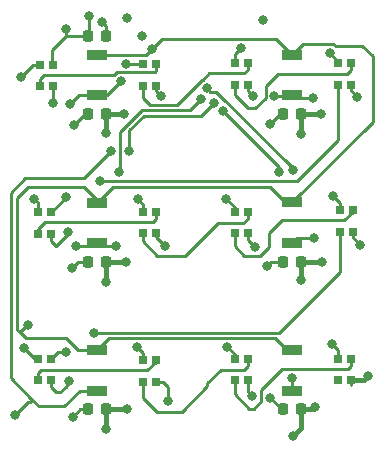
<source format=gbr>
%TF.GenerationSoftware,KiCad,Pcbnew,(5.99.0-11604-g878538abff)*%
%TF.CreationDate,2021-08-06T14:00:02+02:00*%
%TF.ProjectId,pixel-pump-ui-board,7375636b-6572-42d6-9f6e-652d75692d62,rev?*%
%TF.SameCoordinates,Original*%
%TF.FileFunction,Copper,L1,Top*%
%TF.FilePolarity,Positive*%
%FSLAX46Y46*%
G04 Gerber Fmt 4.6, Leading zero omitted, Abs format (unit mm)*
G04 Created by KiCad (PCBNEW (5.99.0-11604-g878538abff)) date 2021-08-06 14:00:02*
%MOMM*%
%LPD*%
G01*
G04 APERTURE LIST*
G04 Aperture macros list*
%AMRoundRect*
0 Rectangle with rounded corners*
0 $1 Rounding radius*
0 $2 $3 $4 $5 $6 $7 $8 $9 X,Y pos of 4 corners*
0 Add a 4 corners polygon primitive as box body*
4,1,4,$2,$3,$4,$5,$6,$7,$8,$9,$2,$3,0*
0 Add four circle primitives for the rounded corners*
1,1,$1+$1,$2,$3*
1,1,$1+$1,$4,$5*
1,1,$1+$1,$6,$7*
1,1,$1+$1,$8,$9*
0 Add four rect primitives between the rounded corners*
20,1,$1+$1,$2,$3,$4,$5,0*
20,1,$1+$1,$4,$5,$6,$7,0*
20,1,$1+$1,$6,$7,$8,$9,0*
20,1,$1+$1,$8,$9,$2,$3,0*%
G04 Aperture macros list end*
%TA.AperFunction,SMDPad,CuDef*%
%ADD10R,0.700000X0.700000*%
%TD*%
%TA.AperFunction,SMDPad,CuDef*%
%ADD11RoundRect,0.225000X-0.225000X-0.250000X0.225000X-0.250000X0.225000X0.250000X-0.225000X0.250000X0*%
%TD*%
%TA.AperFunction,SMDPad,CuDef*%
%ADD12R,1.700000X0.900000*%
%TD*%
%TA.AperFunction,ViaPad*%
%ADD13C,0.800000*%
%TD*%
%TA.AperFunction,Conductor*%
%ADD14C,0.400000*%
%TD*%
%TA.AperFunction,Conductor*%
%ADD15C,0.250000*%
%TD*%
G04 APERTURE END LIST*
D10*
%TO.P,U6,1,DO*%
%TO.N,DO_REV*%
X77555000Y-100102000D03*
%TO.P,U6,2,GND*%
%TO.N,GND*%
X78655000Y-100102000D03*
%TO.P,U6,3,DI*%
%TO.N,Net-(U3-Pad1)*%
X78655000Y-98272000D03*
%TO.P,U6,4,VDD*%
%TO.N,+5V*%
X77555000Y-98272000D03*
%TD*%
D11*
%TO.P,C4,1*%
%TO.N,+5V*%
X72859600Y-89966800D03*
%TO.P,C4,2*%
%TO.N,GND*%
X74409600Y-89966800D03*
%TD*%
D10*
%TO.P,U5,1,DO*%
%TO.N,DO_LOW*%
X77555000Y-87529000D03*
%TO.P,U5,2,GND*%
%TO.N,GND*%
X78655000Y-87529000D03*
%TO.P,U5,3,DI*%
%TO.N,Net-(U2-Pad1)*%
X78655000Y-85699000D03*
%TO.P,U5,4,VDD*%
%TO.N,+5V*%
X77555000Y-85699000D03*
%TD*%
%TO.P,U8,1,DO*%
%TO.N,Net-(U11-Pad3)*%
X85302000Y-87529000D03*
%TO.P,U8,2,GND*%
%TO.N,GND*%
X86402000Y-87529000D03*
%TO.P,U8,3,DI*%
%TO.N,DO_LOW*%
X86402000Y-85699000D03*
%TO.P,U8,4,VDD*%
%TO.N,+5V*%
X85302000Y-85699000D03*
%TD*%
%TO.P,U2,1,DO*%
%TO.N,Net-(U2-Pad1)*%
X68665000Y-87566522D03*
%TO.P,U2,2,GND*%
%TO.N,GND*%
X69765000Y-87566522D03*
%TO.P,U2,3,DI*%
%TO.N,DO_DROP*%
X69765000Y-85736522D03*
%TO.P,U2,4,VDD*%
%TO.N,+5V*%
X68665000Y-85736522D03*
%TD*%
D11*
%TO.P,C5,1*%
%TO.N,+5V*%
X89395000Y-102438200D03*
%TO.P,C5,2*%
%TO.N,GND*%
X90945000Y-102438200D03*
%TD*%
D12*
%TO.P,SW1,1,A*%
%TO.N,LIFT_BTN*%
X73660000Y-75817200D03*
%TO.P,SW1,2,B*%
%TO.N,+3V3*%
X73660000Y-72417200D03*
%TD*%
%TO.P,SW5,1,A*%
%TO.N,DROP_BTN*%
X90170000Y-75842600D03*
%TO.P,SW5,2,B*%
%TO.N,+3V3*%
X90170000Y-72442600D03*
%TD*%
D10*
%TO.P,U10,1,DO*%
%TO.N,DO_DROP*%
X94065000Y-74956000D03*
%TO.P,U10,2,GND*%
%TO.N,GND*%
X95165000Y-74956000D03*
%TO.P,U10,3,DI*%
%TO.N,Net-(U10-Pad3)*%
X95165000Y-73126000D03*
%TO.P,U10,4,VDD*%
%TO.N,+5V*%
X94065000Y-73126000D03*
%TD*%
D11*
%TO.P,C6,1*%
%TO.N,+5V*%
X72859600Y-102438200D03*
%TO.P,C6,2*%
%TO.N,GND*%
X74409600Y-102438200D03*
%TD*%
%TO.P,C2,1*%
%TO.N,+5V*%
X72859600Y-77419200D03*
%TO.P,C2,2*%
%TO.N,GND*%
X74409600Y-77419200D03*
%TD*%
D10*
%TO.P,U4,1,DO*%
%TO.N,DO_LIFT*%
X77555000Y-75045478D03*
%TO.P,U4,2,GND*%
%TO.N,GND*%
X78655000Y-75045478D03*
%TO.P,U4,3,DI*%
%TO.N,Net-(U1-Pad1)*%
X78655000Y-73215478D03*
%TO.P,U4,4,VDD*%
%TO.N,+5V*%
X77555000Y-73215478D03*
%TD*%
%TO.P,U11,1,DO*%
%TO.N,DO_HIGH*%
X94192000Y-87402000D03*
%TO.P,U11,2,GND*%
%TO.N,GND*%
X95292000Y-87402000D03*
%TO.P,U11,3,DI*%
%TO.N,Net-(U11-Pad3)*%
X95292000Y-85572000D03*
%TO.P,U11,4,VDD*%
%TO.N,+5V*%
X94192000Y-85572000D03*
%TD*%
%TO.P,U9,1,DO*%
%TO.N,Net-(U12-Pad3)*%
X85302000Y-99975000D03*
%TO.P,U9,2,GND*%
%TO.N,GND*%
X86402000Y-99975000D03*
%TO.P,U9,3,DI*%
%TO.N,DO_REV*%
X86402000Y-98145000D03*
%TO.P,U9,4,VDD*%
%TO.N,+5V*%
X85302000Y-98145000D03*
%TD*%
%TO.P,U7,1,DO*%
%TO.N,Net-(U10-Pad3)*%
X85302000Y-74956000D03*
%TO.P,U7,2,GND*%
%TO.N,GND*%
X86402000Y-74956000D03*
%TO.P,U7,3,DI*%
%TO.N,DO_LIFT*%
X86402000Y-73126000D03*
%TO.P,U7,4,VDD*%
%TO.N,+5V*%
X85302000Y-73126000D03*
%TD*%
D11*
%TO.P,C7,1*%
%TO.N,LED_DATA*%
X72910400Y-70815200D03*
%TO.P,C7,2*%
%TO.N,GND*%
X74460400Y-70815200D03*
%TD*%
D12*
%TO.P,SW4,1,A*%
%TO.N,TRIGGER_BTN*%
X90170000Y-100836200D03*
%TO.P,SW4,2,B*%
%TO.N,+3V3*%
X90170000Y-97436200D03*
%TD*%
%TO.P,SW3,1,A*%
%TO.N,REVERSE_BTN*%
X73685400Y-100836200D03*
%TO.P,SW3,2,B*%
%TO.N,+3V3*%
X73685400Y-97436200D03*
%TD*%
D10*
%TO.P,U3,1,DO*%
%TO.N,Net-(U3-Pad1)*%
X68665000Y-99975000D03*
%TO.P,U3,2,GND*%
%TO.N,GND*%
X69765000Y-99975000D03*
%TO.P,U3,3,DI*%
%TO.N,DO_HIGH*%
X69765000Y-98145000D03*
%TO.P,U3,4,VDD*%
%TO.N,+5V*%
X68665000Y-98145000D03*
%TD*%
D11*
%TO.P,C3,1*%
%TO.N,+5V*%
X89395000Y-77444600D03*
%TO.P,C3,2*%
%TO.N,GND*%
X90945000Y-77444600D03*
%TD*%
D10*
%TO.P,U12,1,DO*%
%TO.N,unconnected-(U12-Pad1)*%
X94065000Y-99975000D03*
%TO.P,U12,2,GND*%
%TO.N,GND*%
X95165000Y-99975000D03*
%TO.P,U12,3,DI*%
%TO.N,Net-(U12-Pad3)*%
X95165000Y-98145000D03*
%TO.P,U12,4,VDD*%
%TO.N,+5V*%
X94065000Y-98145000D03*
%TD*%
D11*
%TO.P,C1,1*%
%TO.N,+5V*%
X89420400Y-89916000D03*
%TO.P,C1,2*%
%TO.N,GND*%
X90970400Y-89916000D03*
%TD*%
D12*
%TO.P,SW2,1,A*%
%TO.N,LOW_BTN*%
X73660000Y-88339400D03*
%TO.P,SW2,2,B*%
%TO.N,+3V3*%
X73660000Y-84939400D03*
%TD*%
D10*
%TO.P,U1,1,DO*%
%TO.N,Net-(U1-Pad1)*%
X68792000Y-75083000D03*
%TO.P,U1,2,GND*%
%TO.N,GND*%
X69892000Y-75083000D03*
%TO.P,U1,3,DI*%
%TO.N,LED_DATA*%
X69892000Y-73253000D03*
%TO.P,U1,4,VDD*%
%TO.N,+5V*%
X68792000Y-73253000D03*
%TD*%
D12*
%TO.P,SW6,1,A*%
%TO.N,HIGH_BTN*%
X90170000Y-88314000D03*
%TO.P,SW6,2,B*%
%TO.N,+3V3*%
X90170000Y-84914000D03*
%TD*%
D13*
%TO.N,GND*%
X86842600Y-75920600D03*
X74447400Y-91617800D03*
X76174600Y-69316600D03*
X74066400Y-69596000D03*
X76123800Y-89966800D03*
X90271600Y-104648000D03*
X92659200Y-77444600D03*
X74422000Y-104089200D03*
X74422000Y-78994000D03*
X75971400Y-77419200D03*
X79679800Y-101727000D03*
X87731600Y-69443600D03*
X79086158Y-75897278D03*
X96600000Y-99600000D03*
X79425800Y-88569800D03*
X95707200Y-75946000D03*
X76174600Y-102438200D03*
X92100000Y-102200000D03*
X92684600Y-89941400D03*
X95961200Y-88544400D03*
X87045800Y-88696800D03*
X86791800Y-101295200D03*
X90957400Y-79146400D03*
X69900800Y-76530200D03*
X90957400Y-91490800D03*
X71300000Y-100000000D03*
X71200000Y-87400000D03*
%TO.N,LIFT_BTN*%
X75717400Y-74599800D03*
X71374000Y-76606400D03*
%TO.N,HIGH_BTN*%
X90220800Y-82194400D03*
X92049600Y-87909400D03*
X82931000Y-75260200D03*
%TO.N,REVERSE_BTN*%
X76377800Y-80594200D03*
X66700000Y-102900000D03*
X74853800Y-80568800D03*
X83540600Y-76530200D03*
%TO.N,DROP_BTN*%
X88671400Y-75895200D03*
X91948000Y-76047600D03*
%TO.N,LOW_BTN*%
X75285600Y-88569800D03*
X71907400Y-88620600D03*
X82487984Y-76179533D03*
X75539600Y-82372200D03*
%TO.N,TRIGGER_BTN*%
X90170000Y-99745800D03*
X89052400Y-82372200D03*
X84328000Y-77165200D03*
%TO.N,+5V*%
X84683600Y-97155000D03*
X88036400Y-90297000D03*
X71628000Y-103047800D03*
X71678800Y-78384400D03*
X71526400Y-90474800D03*
X85877400Y-71805800D03*
X84607400Y-84632800D03*
X68351400Y-84582000D03*
X93624400Y-84404200D03*
X88341200Y-101473000D03*
X76123800Y-73152000D03*
X88341200Y-78257400D03*
X93548200Y-96926400D03*
X77089000Y-84632800D03*
X67250000Y-74250000D03*
X77470000Y-70840600D03*
X77063600Y-97155000D03*
X93345000Y-72263000D03*
X67487800Y-97231200D03*
%TO.N,LED_DATA*%
X71000000Y-70250000D03*
X72974200Y-69088000D03*
%TO.N,DO_DROP*%
X70993000Y-84429600D03*
X73914000Y-83108800D03*
%TO.N,DO_HIGH*%
X73380600Y-95961200D03*
X70993000Y-97586800D03*
%TO.N,+3V3*%
X67800000Y-95300000D03*
X78333600Y-71907400D03*
%TD*%
D14*
%TO.N,GND*%
X74409600Y-104076800D02*
X74422000Y-104089200D01*
D15*
X79274000Y-100102000D02*
X79679800Y-100507800D01*
X71300000Y-100200000D02*
X71300000Y-100000000D01*
X69765000Y-100565000D02*
X70200000Y-101000000D01*
D14*
X90945000Y-102438200D02*
X90945000Y-103974600D01*
X74409600Y-89966800D02*
X74409600Y-91580000D01*
D15*
X69892000Y-76521400D02*
X69900800Y-76530200D01*
D14*
X91861800Y-102438200D02*
X92100000Y-102200000D01*
D15*
X95292000Y-87875200D02*
X95961200Y-88544400D01*
X79679800Y-100507800D02*
X79679800Y-101727000D01*
D14*
X90945000Y-77444600D02*
X90945000Y-79134000D01*
D15*
X74460400Y-70815200D02*
X74460400Y-69990000D01*
X78655000Y-100102000D02*
X79274000Y-100102000D01*
X70200000Y-101000000D02*
X70500000Y-101000000D01*
X86402000Y-75480000D02*
X86842600Y-75920600D01*
X78655000Y-75466120D02*
X79086158Y-75897278D01*
D14*
X90945000Y-77444600D02*
X92659200Y-77444600D01*
X92659200Y-89916000D02*
X92684600Y-89941400D01*
X91414600Y-102438200D02*
X91861800Y-102438200D01*
X74409600Y-77419200D02*
X75971400Y-77419200D01*
X74409600Y-91580000D02*
X74447400Y-91617800D01*
D15*
X86402000Y-74956000D02*
X86402000Y-75480000D01*
D14*
X96225000Y-99975000D02*
X96600000Y-99600000D01*
D15*
X95165000Y-74956000D02*
X95165000Y-75403800D01*
X78655000Y-75045478D02*
X78655000Y-75466120D01*
X86402000Y-100905400D02*
X86791800Y-101295200D01*
X86402000Y-99975000D02*
X86402000Y-100905400D01*
D14*
X90970400Y-89916000D02*
X92659200Y-89916000D01*
D15*
X69765000Y-87566522D02*
X69765000Y-88053000D01*
X95165000Y-75403800D02*
X95707200Y-75946000D01*
X78655000Y-87529000D02*
X78655000Y-87799000D01*
D14*
X90970400Y-91477800D02*
X90957400Y-91490800D01*
D15*
X71000000Y-100500000D02*
X71300000Y-100200000D01*
D14*
X74409600Y-89966800D02*
X76123800Y-89966800D01*
X74409600Y-78981600D02*
X74422000Y-78994000D01*
X90945000Y-103974600D02*
X90271600Y-104648000D01*
X90970400Y-89916000D02*
X90970400Y-91477800D01*
X90945000Y-79134000D02*
X90957400Y-79146400D01*
D15*
X74460400Y-69990000D02*
X74066400Y-69596000D01*
X69765000Y-88053000D02*
X69765000Y-88165000D01*
X78655000Y-87799000D02*
X79425800Y-88569800D01*
X86402000Y-87529000D02*
X86402000Y-88053000D01*
D14*
X74409600Y-102438200D02*
X74409600Y-104076800D01*
D15*
X86402000Y-88053000D02*
X87045800Y-88696800D01*
D14*
X90945000Y-102438200D02*
X91414600Y-102438200D01*
D15*
X70200000Y-88600000D02*
X71200000Y-87600000D01*
X95165000Y-99975000D02*
X95165000Y-100346600D01*
X69765000Y-88165000D02*
X70200000Y-88600000D01*
X70500000Y-101000000D02*
X71000000Y-100500000D01*
X71200000Y-87600000D02*
X71200000Y-87400000D01*
D14*
X74409600Y-77419200D02*
X74409600Y-78981600D01*
X95165000Y-99975000D02*
X96225000Y-99975000D01*
D15*
X69765000Y-100524400D02*
X69765000Y-100565000D01*
X69765000Y-99975000D02*
X69765000Y-100524400D01*
X69892000Y-75083000D02*
X69892000Y-76521400D01*
D14*
X74409600Y-102438200D02*
X76174600Y-102438200D01*
D15*
X95292000Y-87402000D02*
X95292000Y-87875200D01*
%TO.N,LIFT_BTN*%
X72163200Y-75817200D02*
X73660000Y-75817200D01*
X71374000Y-76606400D02*
X72163200Y-75817200D01*
X75717400Y-74599800D02*
X74500000Y-75817200D01*
X74500000Y-75817200D02*
X73660000Y-75817200D01*
%TO.N,HIGH_BTN*%
X83209611Y-75538811D02*
X82931000Y-75260200D01*
X90220800Y-82194400D02*
X90220800Y-81985738D01*
X90574600Y-87909400D02*
X90170000Y-88314000D01*
X92049600Y-87909400D02*
X90574600Y-87909400D01*
X83773873Y-75538811D02*
X83209611Y-75538811D01*
X90220800Y-81985738D02*
X83773873Y-75538811D01*
%TO.N,REVERSE_BTN*%
X66344800Y-99796600D02*
X68084700Y-101536500D01*
X82499200Y-77571600D02*
X77622400Y-77571600D01*
X72214000Y-100836200D02*
X73685400Y-100836200D01*
X68084700Y-101815900D02*
X67784100Y-101815900D01*
X77622400Y-77571600D02*
X76377800Y-78816200D01*
X68732400Y-102184200D02*
X70866000Y-102184200D01*
X76377800Y-78816200D02*
X76377800Y-80594200D01*
X68084700Y-101815900D02*
X68084700Y-101536500D01*
X66344800Y-84074000D02*
X66344800Y-99796600D01*
X68084700Y-101536500D02*
X68732400Y-102184200D01*
X67784100Y-101815900D02*
X66700000Y-102900000D01*
X70866000Y-102184200D02*
X72214000Y-100836200D01*
X74853800Y-80568800D02*
X72542400Y-82880200D01*
X67538600Y-82880200D02*
X66344800Y-84074000D01*
X83540600Y-76530200D02*
X82499200Y-77571600D01*
X72542400Y-82880200D02*
X67538600Y-82880200D01*
%TO.N,DROP_BTN*%
X90117400Y-75895200D02*
X90170000Y-75842600D01*
X90375000Y-76047600D02*
X90170000Y-75842600D01*
X88671400Y-75895200D02*
X90117400Y-75895200D01*
X91948000Y-76047600D02*
X90375000Y-76047600D01*
%TO.N,LOW_BTN*%
X75578301Y-78979995D02*
X77461607Y-77096689D01*
X73378800Y-88620600D02*
X73660000Y-88339400D01*
X73890400Y-88569800D02*
X73660000Y-88339400D01*
X75285600Y-88569800D02*
X73890400Y-88569800D01*
X71907400Y-88620600D02*
X73378800Y-88620600D01*
X77461607Y-77096689D02*
X81570828Y-77096689D01*
X75578301Y-82333499D02*
X75578301Y-78979995D01*
X75539600Y-82372200D02*
X75578301Y-82333499D01*
X81570828Y-77096689D02*
X82487984Y-76179533D01*
%TO.N,TRIGGER_BTN*%
X90170000Y-99745800D02*
X90170000Y-100836200D01*
X84328000Y-77165200D02*
X89052400Y-81889600D01*
X89052400Y-81889600D02*
X89052400Y-82372200D01*
%TO.N,+5V*%
X89395000Y-102438200D02*
X89306400Y-102438200D01*
X72859600Y-77419200D02*
X72644000Y-77419200D01*
X68665000Y-84895600D02*
X68351400Y-84582000D01*
X94065000Y-72983000D02*
X93345000Y-72263000D01*
X77555000Y-97646400D02*
X77063600Y-97155000D01*
X85302000Y-85327400D02*
X84607400Y-84632800D01*
X89420400Y-89916000D02*
X88417400Y-89916000D01*
X68792000Y-73253000D02*
X68247000Y-73253000D01*
X89306400Y-102438200D02*
X88341200Y-101473000D01*
X72644000Y-77419200D02*
X71678800Y-78384400D01*
X77555000Y-98272000D02*
X77555000Y-97646400D01*
X85302000Y-98145000D02*
X85302000Y-97773400D01*
X85302000Y-97773400D02*
X84683600Y-97155000D01*
X85302000Y-73126000D02*
X85302000Y-72381200D01*
X94192000Y-85572000D02*
X94192000Y-84971800D01*
X94192000Y-84971800D02*
X93624400Y-84404200D01*
X68792000Y-73253000D02*
X68581756Y-73253000D01*
X68665000Y-98145000D02*
X68401600Y-98145000D01*
X77555000Y-85098800D02*
X77089000Y-84632800D01*
X72859600Y-89966800D02*
X72034400Y-89966800D01*
X68247000Y-73253000D02*
X67250000Y-74250000D01*
X94065000Y-97443200D02*
X93548200Y-96926400D01*
X85302000Y-72381200D02*
X85877400Y-71805800D01*
X72034400Y-89966800D02*
X71526400Y-90474800D01*
X94065000Y-98145000D02*
X94065000Y-97443200D01*
X88417400Y-89916000D02*
X88036400Y-90297000D01*
X68665000Y-85736522D02*
X68665000Y-84895600D01*
X68401600Y-98145000D02*
X67487800Y-97231200D01*
X94065000Y-73126000D02*
X94065000Y-72983000D01*
X85302000Y-85699000D02*
X85302000Y-85327400D01*
X72859600Y-102438200D02*
X72237600Y-102438200D01*
X72237600Y-102438200D02*
X71628000Y-103047800D01*
X77555000Y-85699000D02*
X77555000Y-85098800D01*
X77555000Y-73215478D02*
X76187278Y-73215478D01*
X76187278Y-73215478D02*
X76123800Y-73152000D01*
X89154000Y-77444600D02*
X88341200Y-78257400D01*
X89395000Y-77444600D02*
X89154000Y-77444600D01*
%TO.N,LED_DATA*%
X72974200Y-69088000D02*
X72974200Y-70751400D01*
X71043800Y-70293800D02*
X71000000Y-70250000D01*
X70180200Y-71678800D02*
X69875400Y-71983600D01*
X72974200Y-70751400D02*
X72910400Y-70815200D01*
X69875400Y-73236400D02*
X69892000Y-73253000D01*
X71043800Y-70815200D02*
X70180200Y-71678800D01*
X69875400Y-71983600D02*
X69875400Y-73236400D01*
X72910400Y-70815200D02*
X71043800Y-70815200D01*
X71043800Y-70815200D02*
X71043800Y-70293800D01*
%TO.N,Net-(U1-Pad1)*%
X68792000Y-75083000D02*
X68792000Y-74483000D01*
X69157800Y-74117200D02*
X75127738Y-74117200D01*
X75369639Y-73875299D02*
X76065161Y-73875299D01*
X76065161Y-73875299D02*
X76090561Y-73900699D01*
X76090561Y-73900699D02*
X78569779Y-73900699D01*
X78655000Y-73815478D02*
X78655000Y-73215478D01*
X78569779Y-73900699D02*
X78655000Y-73815478D01*
X68792000Y-74483000D02*
X69157800Y-74117200D01*
X75127738Y-74117200D02*
X75369639Y-73875299D01*
%TO.N,Net-(U2-Pad1)*%
X78365400Y-86588600D02*
X78655000Y-86299000D01*
X69240400Y-86588600D02*
X78365400Y-86588600D01*
X68665000Y-87164000D02*
X69240400Y-86588600D01*
X78655000Y-86299000D02*
X78655000Y-85699000D01*
X68665000Y-87566522D02*
X68665000Y-87164000D01*
%TO.N,DO_DROP*%
X70993000Y-84429600D02*
X70993000Y-84508522D01*
X70993000Y-84508522D02*
X69765000Y-85736522D01*
X94065000Y-79620200D02*
X91719400Y-81965800D01*
X90576400Y-83108800D02*
X73914000Y-83108800D01*
X94065000Y-74956000D02*
X94065000Y-79620200D01*
X91719400Y-81965800D02*
X90576400Y-83108800D01*
%TO.N,Net-(U3-Pad1)*%
X78655000Y-98408400D02*
X78655000Y-98272000D01*
X68665000Y-99975000D02*
X68665000Y-99375000D01*
X77927200Y-99136200D02*
X78655000Y-98408400D01*
X68665000Y-99375000D02*
X68903800Y-99136200D01*
X68903800Y-99136200D02*
X77927200Y-99136200D01*
%TO.N,DO_LOW*%
X78765400Y-89408000D02*
X81127600Y-89408000D01*
X86402000Y-86299000D02*
X86402000Y-85699000D01*
X81127600Y-89408000D02*
X83896200Y-86639400D01*
X86061600Y-86639400D02*
X86402000Y-86299000D01*
X77555000Y-87529000D02*
X77555000Y-88197600D01*
X77555000Y-88197600D02*
X78765400Y-89408000D01*
X83896200Y-86639400D02*
X86061600Y-86639400D01*
%TO.N,DO_LIFT*%
X77555000Y-75045478D02*
X77555000Y-76037764D01*
X78139014Y-76621778D02*
X80468622Y-76621778D01*
X82605501Y-74510299D02*
X83125600Y-73990200D01*
X86402000Y-73726000D02*
X86402000Y-73126000D01*
X80468622Y-76621778D02*
X82580101Y-74510299D01*
X82580101Y-74510299D02*
X82605501Y-74510299D01*
X86137800Y-73990200D02*
X86402000Y-73726000D01*
X77555000Y-76037764D02*
X78139014Y-76621778D01*
X83125600Y-73990200D02*
X86137800Y-73990200D01*
%TO.N,DO_HIGH*%
X94192000Y-90796200D02*
X92100400Y-92887800D01*
X70993000Y-97586800D02*
X70323200Y-97586800D01*
X94192000Y-87402000D02*
X94192000Y-90796200D01*
X89027000Y-95961200D02*
X73380600Y-95961200D01*
X70323200Y-97586800D02*
X69765000Y-98145000D01*
X92100400Y-92887800D02*
X89027000Y-95961200D01*
%TO.N,DO_REV*%
X78714600Y-102666800D02*
X80822800Y-102666800D01*
X83007200Y-100177600D02*
X84124800Y-99060000D01*
X83007200Y-100482400D02*
X83007200Y-100177600D01*
X86402000Y-98745000D02*
X86402000Y-98145000D01*
X80822800Y-102666800D02*
X83007200Y-100482400D01*
X77555000Y-100102000D02*
X77555000Y-101507200D01*
X77555000Y-101507200D02*
X78714600Y-102666800D01*
X84124800Y-99060000D02*
X86087000Y-99060000D01*
X86087000Y-99060000D02*
X86402000Y-98745000D01*
%TO.N,Net-(U10-Pad3)*%
X87946899Y-75070301D02*
X88976200Y-74041000D01*
X87045800Y-76936600D02*
X87946899Y-76035501D01*
X85302000Y-74956000D02*
X85302000Y-75802400D01*
X86436200Y-76936600D02*
X87045800Y-76936600D01*
X95165000Y-73726000D02*
X95165000Y-73126000D01*
X88976200Y-74041000D02*
X94850000Y-74041000D01*
X87946899Y-76035501D02*
X87946899Y-75070301D01*
X85302000Y-75802400D02*
X86436200Y-76936600D01*
X94850000Y-74041000D02*
X95165000Y-73726000D01*
%TO.N,Net-(U11-Pad3)*%
X86106000Y-89433400D02*
X87426800Y-89433400D01*
X94538800Y-86436200D02*
X95292000Y-85683000D01*
X85302000Y-88629400D02*
X86106000Y-89433400D01*
X85302000Y-87529000D02*
X85302000Y-88629400D01*
X87426800Y-89433400D02*
X88214200Y-88646000D01*
X89281000Y-86436200D02*
X94538800Y-86436200D01*
X95292000Y-85683000D02*
X95292000Y-85572000D01*
X88214200Y-88646000D02*
X88214200Y-87503000D01*
X88214200Y-87503000D02*
X89281000Y-86436200D01*
%TO.N,Net-(U12-Pad3)*%
X86537800Y-102362000D02*
X86969600Y-102362000D01*
X87579200Y-100761800D02*
X89319701Y-99021299D01*
X87579200Y-101752400D02*
X87579200Y-100761800D01*
X94888701Y-99021299D02*
X95165000Y-98745000D01*
X86969600Y-102362000D02*
X87579200Y-101752400D01*
X85302000Y-101126200D02*
X86537800Y-102362000D01*
X85302000Y-99975000D02*
X85302000Y-101126200D01*
X95165000Y-98745000D02*
X95165000Y-98145000D01*
X89319701Y-99021299D02*
X94888701Y-99021299D01*
%TO.N,+3V3*%
X66878200Y-84556600D02*
X66878200Y-95681800D01*
X90170000Y-72442600D02*
X88808699Y-71081299D01*
X89613000Y-84914000D02*
X88290400Y-83591400D01*
X90170000Y-72442600D02*
X91074101Y-71538499D01*
X93692761Y-71538499D02*
X93782262Y-71628000D01*
X88808699Y-71081299D02*
X79159701Y-71081299D01*
X72087000Y-97436200D02*
X73685400Y-97436200D01*
X75008000Y-83591400D02*
X73660000Y-84939400D01*
X67700000Y-95300000D02*
X67098200Y-95901800D01*
X67800000Y-95300000D02*
X67700000Y-95300000D01*
X89770000Y-72442600D02*
X90170000Y-72442600D01*
X73685400Y-97436200D02*
X74691101Y-96430499D01*
X71069200Y-96418400D02*
X72087000Y-97436200D01*
X79159701Y-71081299D02*
X78333600Y-71907400D01*
X90170000Y-84914000D02*
X89613000Y-84914000D01*
X66878200Y-95681800D02*
X67098200Y-95901800D01*
X88764299Y-96430499D02*
X89770000Y-97436200D01*
X73660000Y-84734400D02*
X72542400Y-83616800D01*
X74691101Y-96430499D02*
X88764299Y-96430499D01*
X89770000Y-97436200D02*
X90170000Y-97436200D01*
X77823800Y-72417200D02*
X78333600Y-71907400D01*
X97002600Y-78081400D02*
X90170000Y-84914000D01*
X91074101Y-71538499D02*
X93692761Y-71538499D01*
X93782262Y-71628000D02*
X96113600Y-71628000D01*
X67818000Y-83616800D02*
X66878200Y-84556600D01*
X68884800Y-96418400D02*
X71069200Y-96418400D01*
X72542400Y-83616800D02*
X67818000Y-83616800D01*
X67614800Y-96418400D02*
X68884800Y-96418400D01*
X88290400Y-83591400D02*
X75008000Y-83591400D01*
X73660000Y-72417200D02*
X77823800Y-72417200D01*
X67098200Y-95901800D02*
X67614800Y-96418400D01*
X73660000Y-84939400D02*
X73660000Y-84734400D01*
X96113600Y-71628000D02*
X97002600Y-72517000D01*
X97002600Y-72517000D02*
X97002600Y-78081400D01*
%TD*%
M02*

</source>
